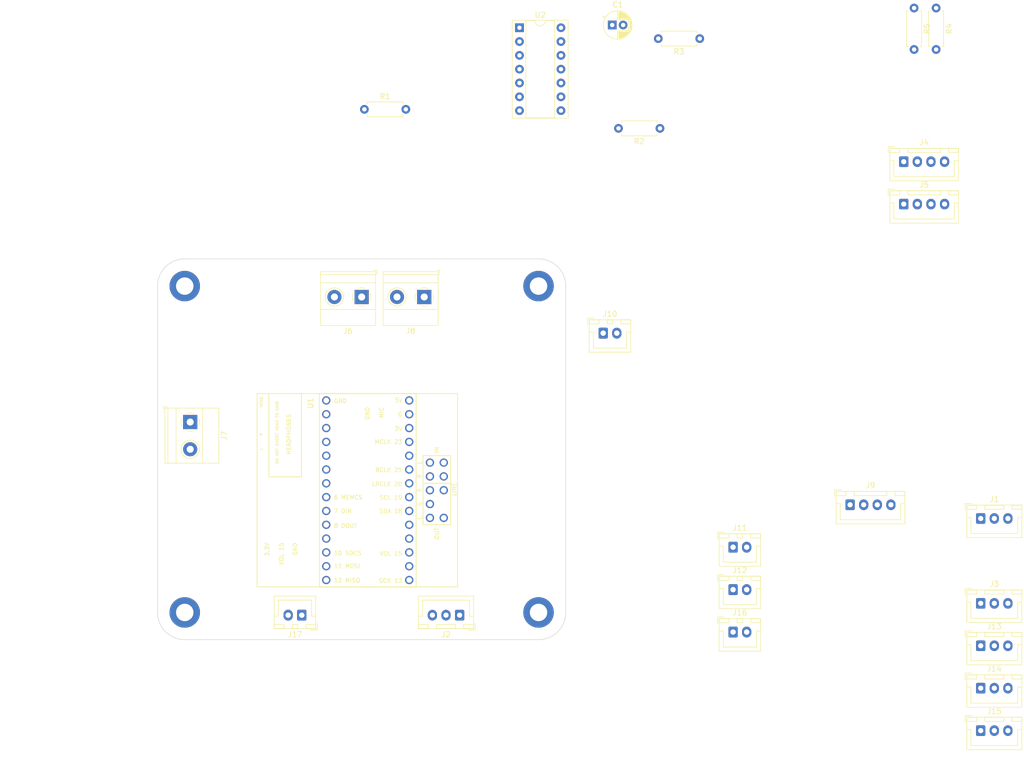
<source format=kicad_pcb>
(kicad_pcb (version 20221018) (generator pcbnew)
  (layers (0 "F.Cu" signal) (31 "B.Cu" signal) (34 "B.Paste" user) (35 "F.Paste" user) (36 "B.SilkS" user "B.Silkscreen") (37 "F.SilkS" user "F.Silkscreen") (38 "B.Mask" user) (39 "F.Mask" user) (44 "Edge.Cuts" user))
  (net 0 "")
  (net 1 "+5V")
  (net 2 "GND")
  (net 3 "+3.3V")
  (net 4 "Net-(J4-Pin_4)")
  (net 5 "/SDA")
  (net 6 "/TX")
  (net 7 "Net-(J1-Pin_3)")
  (net 8 "Net-(U2-2Y)")
  (net 9 "Net-(J2-Pin_3)")
  (net 10 "Net-(U2-3Y)")
  (net 11 "Net-(J3-Pin_3)")
  (net 12 "Net-(U2-4Y)")
  (net 16 "/RX")
  (net 17 "Net-(J10-Pin_1)")
  (net 18 "Net-(J10-Pin_2)")
  (net 19 "Net-(J11-Pin_1)")
  (net 20 "Net-(J11-Pin_2)")
  (net 21 "Net-(J12-Pin_1)")
  (net 22 "Net-(J12-Pin_2)")
  (net 23 "Net-(J16-Pin_2)")
  (net 24 "Net-(J17-Pin_2)")
  (net 25 "Net-(J15-Pin_1)")
  (net 26 "Net-(J13-Pin_3)")
  (net 27 "Net-(J15-Pin_3)")
  (net 28 "Net-(J14-Pin_3)")
  (net 32 "Net-(U1-14_A0_TX3_SPDIF_OUT)")
  (net 37 "Net-(U1-16_A2_RX4_SCL1)")
  (net 39 "Net-(U1-17_A3_TX4_SDA1)")
  (footprint "Teensy:4.0audioshield" (layer "F.Cu") (at 131 106.02 -90)
    (fp_text reference "U1" (at 0.5207 2.89814 90) (layer "F.SilkS"))
    (fp_text value "Teensy4.0_AudioShield_REVD")
    (fp_text user "DO NOT SHORT VGND TO GND!" (at 5.87756 9.02208 90) (layer "F.SilkS") (effects (font (size 0.508 0.508) (thickness 0.1016))))
    (fp_text user "3.3V" (at 27.40406 10.8458 90) (layer "F.SilkS") (effects (font (size 0.762 0.762) (thickness 0.127))))
    (fp_text user "BCLK 21" (at 12.79144 -11.476808) (layer "F.SilkS") (effects (font (size 0.762 0.762) (thickness 0.127))))
    (fp_text user "OUT" (at 24.4602 -20.31238 90) (layer "F.SilkS") (effects (font (size 0.762 0.762) (thickness 0.127))))
    (fp_text user "7 DIN" (at 20.35302 -3.048423) (layer "F.SilkS") (effects (font (size 0.762 0.762) (thickness 0.127))))
    (fp_text user "3V" (at 5.20954 -13.254808) (layer "F.SilkS") (effects (font (size 0.762 0.762) (thickness 0.127))))
    (fp_text user "MIC" (at 2.224314 -10.15238 90) (layer "F.SilkS") (effects (font (size 0.762 0.762) (thickness 0.127))))
    (fp_text user "SCK 13" (at 33.14192 -11.80338) (layer "F.SilkS") (effects (font (size 0.762 0.762) (thickness 0.127))))
    (fp_text user "VOL 15" (at 28.1686 -11.894094) (layer "F.SilkS") (effects (font (size 0.762 0.762) (thickness 0.127))))
    (fp_text user "6 MEMCS" (at 17.81556 -4.04628) (layer "F.SilkS") (effects (font (size 0.762 0.762) (thickness 0.127))))
    (fp_text user "L" (at 11.43 -17.145 90) (layer "F.SilkS") (effects (font (size 0.762 0.762) (thickness 0.127))))
    (fp_text user "11 MOSI" (at 30.45206 -3.828566) (layer "F.SilkS") (effects (font (size 0.762 0.762) (thickness 0.127))))
    (fp_text user "HEADPHONES" (at 6.23316 6.88594 90) (layer "F.SilkS") (effects (font (size 0.762 0.762) (thickness 0.127))))
    (fp_text user "LRCLK 20" (at 15.3797 -11.16838) (layer "F.SilkS") (effects (font (size 0.762 0.762) (thickness 0.127))))
    (fp_text user "10 SDCS" (at 28.067 -3.937423) (layer "F.SilkS") (effects (font (size 0.762 0.762) (thickness 0.127))))
    (fp_text user "LINE" (at 16.34236 -23.51024 90) (layer "F.SilkS") (effects (font (size 0.762 0.762) (thickness 0.127))))
    (fp_text user "SCL 19" (at 17.86636 -11.875951) (layer "F.SilkS") (effects (font (size 0.762 0.762) (thickness 0.127))))
    (fp_text user "VGND" (at 0.32258 11.94054 90) (layer "F.SilkS") (effects (font (size 0.508 0.508) (thickness 0.1016))))
    (fp_text user "R" (at 13.97 -17.145 90) (layer "F.SilkS") (effects (font (size 0.762 0.762) (thickness 0.127))))
    (fp_text user "GND" (at 2.3876 -7.56412 90) (layer "F.SilkS") (effects (font (size 0.762 0.762) (thickness 0.127))))
    (fp_text user "R" (at 6.23316 11.94054 90) (layer "F.SilkS") (effects (font (size 0.508 0.508) (thickness 0.1016))))
    (fp_text user "5v" (at -0.05588 -13.291094) (layer "F.SilkS") (effects (font (size 0.762 0.762) (thickness 0.127))))
    (fp_text user "VOL 15" (at 28.220489 8.23976 90) (layer "F.SilkS") (effects (font (size 0.762 0.762) (thickness 0.127))))
    (fp_text user "R" (at 16.51 -17.145 90) (layer "F.SilkS") (effects (font (size 0.762 0.762) (thickness 0.127))))
    (fp_text user "GND" (at 27.331489 5.73278 90) (layer "F.SilkS") (effects (font (size 0.762 0.762) (thickness 0.127))))
    (fp_text user "SDA 18" (at 20.35302 -11.857808) (layer "F.SilkS") (effects (font (size 0.762 0.762) (thickness 0.127))))
    (fp_text user "L" (at 21.59 -17.145 90) (layer "F.SilkS") (effects (font (size 0.762 0.762) (thickness 0.127))))
    (fp_text user "L" (at 8.90524 11.94054 90) (layer "F.SilkS") (effects (font (size 0.508 0.508) (thickness 0.1016))))
    (fp_text user "MCLK 23" (at 7.61492 -11.42238) (layer "F.SilkS") (effects (font (size 0.762 0.762) (thickness 0.127))))
    (fp_text user "8 DOUT" (at 23.04288 -3.556423) (layer "F.SilkS") (effects (font (size 0.762 0.762) (thickness 0.127))))
    (fp_text user "GND" (at 0.08636 -2.594852) (layer "F.SilkS") (effects (font (size 0.762 0.762) (thickness 0.127))))
    (fp_text user "G" (at 2.57048 -13.563237) (layer "F.SilkS") (effects (font (size 0.762 0.762) (thickness 0.127))))
    (fp_text user "G" (at 19.05 -17.145 90) (layer "F.SilkS") (effects (font (size 0.762 0.762) (thickness 0.127))))
    (fp_text user "12 MISO" (at 33.09112 -3.828566) (layer "F.SilkS") (effects (font (size 0.762 0.762) (thickness 0.127))))
    (fp_text user "IN" (at 9.1186 -20.30984 90) (layer "F.SilkS") (effects (font (size 0.762 0.762) (thickness 0.127))))
    (pad "1" thru_hole oval (at 0 0 270) (size 1.524 1.524) (drill 1.016) (layers "*.Cu" "*.Mask") (net 2 "GND"))
    (pad "2" thru_hole oval (at 2.54 0 270) (size 1.524 1.524) (drill 1.016) (layers "*.Cu" "*.Mask") (net 16 "/RX"))
    (pad "3" thru_hole oval (at 5.08 0 270) (size 1.524 1.524) (drill 1.016) (layers "*.Cu" "*.Mask") (net 6 "/TX"))
    (pad "4" thru_hole oval (at 7.62 0 270) (size 1.524 1.524) (drill 1.016) (layers "*.Cu" "*.Mask") (net 25 "Net-(J15-Pin_1)"))
    (pad "5" thru_hole oval (at 10.16 0 270) (size 1.524 1.524) (drill 1.016) (layers "*.Cu" "*.Mask") (net 26 "Net-(J13-Pin_3)"))
    (pad "6" thru_hole oval (at 12.7 0 270) (size 1.524 1.524) (drill 1.016) (layers "*.Cu" "*.Mask") (net 27 "Net-(J15-Pin_3)"))
    (pad "7" thru_hole oval (at 15.24 0 270) (size 1.524 1.524) (drill 1.016) (layers "*.Cu" "*.Mask") (net 28 "Net-(J14-Pin_3)"))
    (pad "8" thru_hole oval (at 17.78 0 270) (size 1.524 1.524) (drill 1.016) (layers "*.Cu" "*.Mask"))
    (pad "9" thru_hole oval (at 20.32 0 270) (size 1.524 1.524) (drill 1.016) (layers "*.Cu" "*.Mask"))
    (pad "10" thru_hole oval (at 22.86 0 270) (size 1.524 1.524) (drill 1.016) (layers "*.Cu" "*.Mask"))
    (pad "11" thru_hole oval (at 25.4 0 270) (size 1.524 1.524) (drill 1.016) (layers "*.Cu" "*.Mask") (net 23 "Net-(J16-Pin_2)"))
    (pad "12" thru_hole oval (at 27.94 0 270) (size 1.524 1.524) (drill 1.016) (layers "*.Cu" "*.Mask"))
    (pad "13" thru_hole oval (at 30.48 0 270) (size 1.524 1.524) (drill 1.016) (layers "*.Cu" "*.Mask"))
    (pad "14" thru_hole oval (at 33.02 0 270) (size 1.524 1.524) (drill 1.016) (layers "*.Cu" "*.Mask"))
    (pad "17" thru_hole oval (at 33.02 -15.24 270) (size 1.524 1.524) (drill 1.016) (layers "*.Cu" "*.Mask"))
    (pad "18" thru_hole oval (at 30.48 -15.24 270) (size 1.524 1.524) (drill 1.016) (layers "*.Cu" "*.Mask") (net 32 "Net-(U1-14_A0_TX3_SPDIF_OUT)"))
    (pad "19" thru_hole oval (at 27.94 -15.24 270) (size 1.524 1.524) (drill 1.016) (layers "*.Cu" "*.Mask"))
    (pad "20" thru_hole oval (at 25.4 -15.24 270) (size 1.524 1.524) (drill 1.016) (layers "*.Cu" "*.Mask") (net 37 "Net-(U1-16_A2_RX4_SCL1)"))
    (pad "21" thru_hole oval (at 22.86 -15.24 270) (size 1.524 1.524) (drill 1.016) (layers "*.Cu" "*.Mask") (net 39 "Net-(U1-17_A3_TX4_SDA1)"))
    (pad "22" thru_hole oval (at 20.32 -15.24 270) (size 1.524 1.524) (drill 1.016) (layers "*.Cu" "*.Mask") (net 5 "/SDA"))
    (pad "23" thru_hole oval (at 17.78 -15.24 270) (size 1.524 1.524) (drill 1.016) (layers "*.Cu" "*.Mask") (net 4 "Net-(J4-Pin_4)"))
    (pad "24" thru_hole oval (at 15.24 -15.24 270) (size 1.524 1.524) (drill 1.016) (layers "*.Cu" "*.Mask"))
    (pad "25" thru_hole oval (at 12.7 -15.24 270) (size 1.524 1.524) (drill 1.016) (layers "*.Cu" "*.Mask"))
    (pad "26" thru_hole oval (at 10.16 -15.24 270) (size 1.524 1.524) (drill 1.016) (layers "*.Cu" "*.Mask") (net 24 "Net-(J17-Pin_2)"))
    (pad "27" thru_hole oval (at 7.62 -15.24 270) (size 1.524 1.524) (drill 1.016) (layers "*.Cu" "*.Mask"))
    (pad "28" thru_hole oval (at 5.08 -15.24 270) (size 1.524 1.524) (drill 1.016) (layers "*.Cu" "*.Mask") (net 3 "+3.3V"))
    (pad "29" thru_hole oval (at 2.54 -15.24 270) (size 1.524 1.524) (drill 1.016) (layers "*.Cu" "*.Mask") (net 2 "GND"))
    (pad "30" thru_hole oval (at 0 -15.24 270) (size 1.524 1.524) (drill 1.016) (layers "*.Cu" "*.Mask") (net 1 "+5V"))
    (pad "31" thru_hole circle (at 21.59 -19.05 270) (size 1.524 1.524) (drill 1.016) (layers "*.Cu" "*.Mask") (net 18 "Net-(J10-Pin_2)"))
    (pad "32" thru_hole circle (at 19.05 -19.05 270) (size 1.524 1.524) (drill 1.016) (layers "*.Cu" "*.Mask") (net 17 "Net-(J10-Pin_1)"))
    (pad "33" thru_hole circle (at 16.51 -19.05 270) (size 1.524 1.524) (drill 1.016) (layers "*.Cu" "*.Mask"))
    (pad "34" thru_hole circle (at 13.97 -19.05 270) (size 1.524 1.524) (drill 1.016) (layers "*.Cu" "*.Mask") (net 20 "Net-(J11-Pin_2)"))
    (pad "35" thru_hole circle (at 11.43 -19.05 270) (size 1.524 1.524) (drill 1.016) (layers "*.Cu" "*.Mask") (net 22 "Net-(J12-Pin_2)"))
    (pad "36" thru_hole circle (at 13.97 -21.59 270) (size 1.524 1.524) (drill 1.016) (layers "*.Cu" "*.Mask") (net 19 "Net-(J11-Pin_1)"))
    (pad "37" thru_hole circle (at 11.43 -21.59 270) (size 1.524 1.524) (drill 1.016) (layers "*.Cu" "*.Mask") (net 21 "Net-(J12-Pin_1)"))
    (pad "45" thru_hole circle (at 16.51 -21.59 270) (size 1.524 1.524) (drill 1.016) (layers "*.Cu" "*.Mask"))
    (pad "46" thru_hole circle (at 21.59 -21.59 270) (size 1.524 1.524) (drill 1.016) (layers "*.Cu" "*.Mask"))
  )
  (footprint "MountingHole:MountingHole_3.2mm_M3_DIN965_Pad" (layer "F.Cu") (at 105 145)
    (fp_text reference "REF**" hide)
    (fp_text value "MountingHole_3.2mm_M3_DIN965_Pad" hide)
    (pad "1" thru_hole circle locked (at 0 0) (size 5.6 5.6) (drill 3.2) (layers "*.Cu" "*.Mask"))
  )
  (footprint "Resistor_THT:R_Axial_DIN0207_L6.3mm_D2.5mm_P7.62mm_Horizontal" (layer "F.Cu") (at 239 33.88 -90)
    (fp_text reference "R5" (at 3.81 -2.37 90) (layer "F.SilkS"))
    (fp_text value "4.7k")
    (pad "1" thru_hole circle (at 0 0 270) (size 1.6 1.6) (drill 0.8) (layers "*.Cu" "*.Mask") (net 4 "Net-(J4-Pin_4)"))
    (pad "2" thru_hole oval (at 7.62 0 270) (size 1.6 1.6) (drill 0.8) (layers "*.Cu" "*.Mask") (net 3 "+3.3V"))
  )
  (footprint "Connector_JST:JST_XH_B3B-XH-A_1x03_P2.50mm_Vertical" (layer "F.Cu") (at 251.24 127.725)
    (fp_text reference "J1" (at 2.5 -3.55) (layer "F.SilkS"))
    (fp_text value "VENT LIGHTS")
    (pad "1" thru_hole roundrect (at 0 0) (size 1.7 1.95) (drill 0.95) (layers "*.Cu" "*.Mask") (roundrect_rratio 0.147059) (net 2 "GND"))
    (pad "2" thru_hole oval (at 2.5 0) (size 1.7 1.95) (drill 0.95) (layers "*.Cu" "*.Mask") (net 1 "+5V"))
    (pad "3" thru_hole oval (at 5 0) (size 1.7 1.95) (drill 0.95) (layers "*.Cu" "*.Mask") (net 7 "Net-(J1-Pin_3)"))
  )
  (footprint "Connector_JST:JST_XH_B3B-XH-A_1x03_P2.50mm_Vertical" (layer "F.Cu") (at 251.24 143.325)
    (fp_text reference "J3" (at 2.5 -3.55) (layer "F.SilkS"))
    (fp_text value "CYCLO LIGHTS")
    (pad "1" thru_hole roundrect (at 0 0) (size 1.7 1.95) (drill 0.95) (layers "*.Cu" "*.Mask") (roundrect_rratio 0.147059) (net 2 "GND"))
    (pad "2" thru_hole oval (at 2.5 0) (size 1.7 1.95) (drill 0.95) (layers "*.Cu" "*.Mask") (net 1 "+5V"))
    (pad "3" thru_hole oval (at 5 0) (size 1.7 1.95) (drill 0.95) (layers "*.Cu" "*.Mask") (net 11 "Net-(J3-Pin_3)"))
  )
  (footprint "Connector_JST:JST_XH_B2B-XH-A_1x02_P2.50mm_Vertical" (layer "F.Cu") (at 205.74 148.605)
    (fp_text reference "J16" (at 1.25 -3.55) (layer "F.SilkS"))
    (fp_text value "ROT SW")
    (pad "1" thru_hole roundrect (at 0 0) (size 1.7 2) (drill 1) (layers "*.Cu" "*.Mask") (roundrect_rratio 0.147059) (net 2 "GND"))
    (pad "2" thru_hole oval (at 2.5 0) (size 1.7 2) (drill 1) (layers "*.Cu" "*.Mask") (net 23 "Net-(J16-Pin_2)"))
  )
  (footprint "MountingHole:MountingHole_3.2mm_M3_DIN965_Pad" (layer "F.Cu") (at 170 85)
    (fp_text reference "REF**" hide)
    (fp_text value "MountingHole_3.2mm_M3_DIN965_Pad" hide)
    (pad "1" thru_hole circle locked (at 0 0) (size 5.6 5.6) (drill 3.2) (layers "*.Cu" "*.Mask"))
  )
  (footprint "Resistor_THT:R_Axial_DIN0207_L6.3mm_D2.5mm_P7.62mm_Horizontal" (layer "F.Cu") (at 192.31 56 180)
    (fp_text reference "R2" (at 3.81 -2.37) (layer "F.SilkS"))
    (fp_text value "220")
    (pad "1" thru_hole circle (at 0 0 180) (size 1.6 1.6) (drill 0.8) (layers "*.Cu" "*.Mask") (net 9 "Net-(J2-Pin_3)"))
    (pad "2" thru_hole oval (at 7.62 0 180) (size 1.6 1.6) (drill 0.8) (layers "*.Cu" "*.Mask") (net 10 "Net-(U2-3Y)"))
  )
  (footprint "Connector_JST:JST_XH_B2B-XH-A_1x02_P2.50mm_Vertical" (layer "F.Cu") (at 126.5 145.5 180)
    (fp_text reference "J17" (at 1.25 -3.55) (layer "F.SilkS"))
    (fp_text value "ION  SW")
    (pad "1" thru_hole roundrect (at 0 0 180) (size 1.7 2) (drill 1) (layers "*.Cu" "*.Mask") (roundrect_rratio 0.147059) (net 2 "GND"))
    (pad "2" thru_hole oval (at 2.5 0 180) (size 1.7 2) (drill 1) (layers "*.Cu" "*.Mask") (net 24 "Net-(J17-Pin_2)"))
  )
  (footprint "Connector_JST:JST_XH_B2B-XH-A_1x02_P2.50mm_Vertical" (layer "F.Cu") (at 205.74 140.805)
    (fp_text reference "J12" (at 1.25 -3.55) (layer "F.SilkS"))
    (fp_text value "SND IN L")
    (pad "1" thru_hole roundrect (at 0 0) (size 1.7 2) (drill 1) (layers "*.Cu" "*.Mask") (roundrect_rratio 0.147059) (net 21 "Net-(J12-Pin_1)"))
    (pad "2" thru_hole oval (at 2.5 0) (size 1.7 2) (drill 1) (layers "*.Cu" "*.Mask") (net 22 "Net-(J12-Pin_2)"))
  )
  (footprint "Connector_JST:JST_XH_B2B-XH-A_1x02_P2.50mm_Vertical" (layer "F.Cu") (at 205.74 133.005)
    (fp_text reference "J11" (at 1.25 -3.55) (layer "F.SilkS"))
    (fp_text value "SND IN R")
    (pad "1" thru_hole roundrect (at 0 0) (size 1.7 2) (drill 1) (layers "*.Cu" "*.Mask") (roundrect_rratio 0.147059) (net 19 "Net-(J11-Pin_1)"))
    (pad "2" thru_hole oval (at 2.5 0) (size 1.7 2) (drill 1) (layers "*.Cu" "*.Mask") (net 20 "Net-(J11-Pin_2)"))
  )
  (footprint "MountingHole:MountingHole_3.2mm_M3_DIN965_Pad" (layer "F.Cu") (at 170 145)
    (fp_text reference "REF**" hide)
    (fp_text value "MountingHole_3.2mm_M3_DIN965_Pad" hide)
    (pad "1" thru_hole circle locked (at 0 0) (size 5.6 5.6) (drill 3.2) (layers "*.Cu" "*.Mask"))
  )
  (footprint "Connector_JST:JST_XH_B4B-XH-A_1x04_P2.50mm_Vertical" (layer "F.Cu") (at 227.24 125.205)
    (fp_text reference "J9" (at 3.75 -3.55) (layer "F.SilkS"))
    (fp_text value "AMP VOL")
    (pad "1" thru_hole roundrect (at 0 0) (size 1.7 1.95) (drill 0.95) (layers "*.Cu" "*.Mask") (roundrect_rratio 0.147059) (net 2 "GND"))
    (pad "2" thru_hole oval (at 2.5 0) (size 1.7 1.95) (drill 0.95) (layers "*.Cu" "*.Mask") (net 3 "+3.3V"))
    (pad "3" thru_hole oval (at 5 0) (size 1.7 1.95) (drill 0.95) (layers "*.Cu" "*.Mask") (net 5 "/SDA"))
    (pad "4" thru_hole oval (at 7.5 0) (size 1.7 1.95) (drill 0.95) (layers "*.Cu" "*.Mask") (net 4 "Net-(J4-Pin_4)"))
  )
  (footprint "Connector_JST:JST_XH_B2B-XH-A_1x02_P2.50mm_Vertical" (layer "F.Cu") (at 181.88 93.649)
    (fp_text reference "J10" (at 1.25 -3.55) (layer "F.SilkS"))
    (fp_text value "SND OUT")
    (pad "1" thru_hole roundrect (at 0 0) (size 1.7 2) (drill 1) (layers "*.Cu" "*.Mask") (roundrect_rratio 0.147059) (net 17 "Net-(J10-Pin_1)"))
    (pad "2" thru_hole oval (at 2.5 0) (size 1.7 2) (drill 1) (layers "*.Cu" "*.Mask") (net 18 "Net-(J10-Pin_2)"))
  )
  (footprint "TerminalBlock_Phoenix:TerminalBlock_Phoenix_MKDS-1,5-2_1x02_P5.00mm_Horizontal" (layer "F.Cu") (at 137.5 87 180)
    (fp_text reference "J6" (at 2.5 -6.26) (layer "F.SilkS"))
    (fp_text value "SERIAL")
    (pad "1" thru_hole rect (at 0 0 180) (size 2.6 2.6) (drill 1.3) (layers "*.Cu" "*.Mask") (net 6 "/TX"))
    (pad "2" thru_hole circle (at 5 0 180) (size 2.6 2.6) (drill 1.3) (layers "*.Cu" "*.Mask") (net 16 "/RX"))
  )
  (footprint "Package_DIP:DIP-14_W7.62mm_Socket" (layer "F.Cu") (at 166.5 37.5)
    (fp_text reference "U2" (at 3.81 -2.33) (layer "F.SilkS"))
    (fp_text value "74AHC125")
    (pad "1" thru_hole rect (at 0 0) (size 1.6 1.6) (drill 0.8) (layers "*.Cu" "*.Mask"))
    (pad "2" thru_hole oval (at 0 2.54) (size 1.6 1.6) (drill 0.8) (layers "*.Cu" "*.Mask"))
    (pad "3" thru_hole oval (at 0 5.08) (size 1.6 1.6) (drill 0.8) (layers "*.Cu" "*.Mask"))
    (pad "4" thru_hole oval (at 0 7.62) (size 1.6 1.6) (drill 0.8) (layers "*.Cu" "*.Mask") (net 2 "GND"))
    (pad "5" thru_hole oval (at 0 10.16) (size 1.6 1.6) (drill 0.8) (layers "*.Cu" "*.Mask") (net 39 "Net-(U1-17_A3_TX4_SDA1)"))
    (pad "6" thru_hole oval (at 0 12.7) (size 1.6 1.6) (drill 0.8) (layers "*.Cu" "*.Mask") (net 8 "Net-(U2-2Y)"))
    (pad "7" thru_hole oval (at 0 15.24) (size 1.6 1.6) (drill 0.8) (layers "*.Cu" "*.Mask") (net 2 "GND"))
    (pad "8" thru_hole oval (at 7.62 15.24) (size 1.6 1.6) (drill 0.8) (layers "*.Cu" "*.Mask") (net 10 "Net-(U2-3Y)"))
    (pad "9" thru_hole oval (at 7.62 12.7) (size 1.6 1.6) (drill 0.8) (layers "*.Cu" "*.Mask") (net 37 "Net-(U1-16_A2_RX4_SCL1)"))
    (pad "10" thru_hole oval (at 7.62 10.16) (size 1.6 1.6) (drill 0.8) (layers "*.Cu" "*.Mask") (net 2 "GND"))
    (pad "11" thru_hole oval (at 7.62 7.62) (size 1.6 1.6) (drill 0.8) (layers "*.Cu" "*.Mask") (net 12 "Net-(U2-4Y)"))
    (pad "12" thru_hole oval (at 7.62 5.08) (size 1.6 1.6) (drill 0.8) (layers "*.Cu" "*.Mask") (net 32 "Net-(U1-14_A0_TX3_SPDIF_OUT)"))
    (pad "13" thru_hole oval (at 7.62 2.54) (size 1.6 1.6) (drill 0.8) (layers "*.Cu" "*.Mask") (net 2 "GND"))
    (pad "14" thru_hole oval (at 7.62 0) (size 1.6 1.6) (drill 0.8) (layers "*.Cu" "*.Mask") (net 1 "+5V"))
  )
  (footprint "MountingHole:MountingHole_3.2mm_M3_DIN965_Pad" (layer "F.Cu") (at 105 85)
    (fp_text reference "REF**" hide)
    (fp_text value "MountingHole_3.2mm_M3_DIN965_Pad" hide)
    (pad "1" thru_hole circle locked (at 0 0) (size 5.6 5.6) (drill 3.2) (layers "*.Cu" "*.Mask"))
  )
  (footprint "Capacitor_THT:CP_Radial_D5.0mm_P2.00mm" (layer "F.Cu") (at 183.544888 37)
    (fp_text reference "C1" (at 1 -3.75) (layer "F.SilkS"))
    (fp_text value "100uF")
    (pad "1" thru_hole rect (at 0 0) (size 1.6 1.6) (drill 0.8) (layers "*.Cu" "*.Mask") (net 1 "+5V"))
    (pad "2" thru_hole circle (at 2 0) (size 1.6 1.6) (drill 0.8) (layers "*.Cu" "*.Mask") (net 2 "GND"))
  )
  (footprint "Resistor_THT:R_Axial_DIN0207_L6.3mm_D2.5mm_P7.62mm_Horizontal" (layer "F.Cu") (at 138 52.5)
    (fp_text reference "R1" (at 3.81 -2.37) (layer "F.SilkS"))
    (fp_text value "220")
    (pad "1" thru_hole circle (at 0 0) (size 1.6 1.6) (drill 0.8) (layers "*.Cu" "*.Mask") (net 7 "Net-(J1-Pin_3)"))
    (pad "2" thru_hole oval (at 7.62 0) (size 1.6 1.6) (drill 0.8) (layers "*.Cu" "*.Mask") (net 8 "Net-(U2-2Y)"))
  )
  (footprint "Connector_JST:JST_XH_B4B-XH-A_1x04_P2.50mm_Vertical" (layer "F.Cu") (at 237.1 69.925)
    (fp_text reference "J5" (at 3.75 -3.55) (layer "F.SilkS"))
    (fp_text value "DISP")
    (pad "1" thru_hole roundrect (at 0 0) (size 1.7 1.95) (drill 0.95) (layers "*.Cu" "*.Mask") (roundrect_rratio 0.147059) (net 2 "GND"))
    (pad "2" thru_hole oval (at 2.5 0) (size 1.7 1.95) (drill 0.95) (layers "*.Cu" "*.Mask") (net 3 "+3.3V"))
    (pad "3" thru_hole oval (at 5 0) (size 1.7 1.95) (drill 0.95) (layers "*.Cu" "*.Mask") (net 5 "/SDA"))
    (pad "4" thru_hole oval (at 7.5 0) (size 1.7 1.95) (drill 0.95) (layers "*.Cu" "*.Mask") (net 4 "Net-(J4-Pin_4)"))
  )
  (footprint "Connector_JST:JST_XH_B3B-XH-A_1x03_P2.50mm_Vertical" (layer "F.Cu") (at 251.24 151.125)
    (fp_text reference "J13" (at 2.5 -3.55) (layer "F.SilkS"))
    (fp_text value "BT MOSFET")
    (pad "1" thru_hole roundrect (at 0 0) (size 1.7 1.95) (drill 0.95) (layers "*.Cu" "*.Mask") (roundrect_rratio 0.147059) (net 2 "GND"))
    (pad "2" thru_hole oval (at 2.5 0) (size 1.7 1.95) (drill 0.95) (layers "*.Cu" "*.Mask") (net 3 "+3.3V"))
    (pad "3" thru_hole oval (at 5 0) (size 1.7 1.95) (drill 0.95) (layers "*.Cu" "*.Mask") (net 26 "Net-(J13-Pin_3)"))
  )
  (footprint "TerminalBlock_Phoenix:TerminalBlock_Phoenix_MKDS-1,5-2_1x02_P5.00mm_Horizontal" (layer "F.Cu") (at 149 87 180)
    (fp_text reference "J8" (at 2.5 -6.26) (layer "F.SilkS"))
    (fp_text value "WAND PWR")
    (pad "1" thru_hole rect (at 0 0 180) (size 2.6 2.6) (drill 1.3) (layers "*.Cu" "*.Mask") (net 2 "GND"))
    (pad "2" thru_hole circle (at 5 0 180) (size 2.6 2.6) (drill 1.3) (layers "*.Cu" "*.Mask") (net 1 "+5V"))
  )
  (footprint "Connector_JST:JST_XH_B4B-XH-A_1x04_P2.50mm_Vertical" (layer "F.Cu") (at 237.1 62.125)
    (fp_text reference "J4" (at 3.75 -3.55) (layer "F.SilkS"))
    (fp_text value "BAR")
    (pad "1" thru_hole roundrect (at 0 0) (size 1.7 1.95) (drill 0.95) (layers "*.Cu" "*.Mask") (roundrect_rratio 0.147059) (net 2 "GND"))
    (pad "2" thru_hole oval (at 2.5 0) (size 1.7 1.95) (drill 0.95) (layers "*.Cu" "*.Mask") (net 3 "+3.3V"))
    (pad "3" thru_hole oval (at 5 0) (size 1.7 1.95) (drill 0.95) (layers "*.Cu" "*.Mask") (net 5 "/SDA"))
    (pad "4" thru_hole oval (at 7.5 0) (size 1.7 1.95) (drill 0.95) (layers "*.Cu" "*.Mask") (net 4 "Net-(J4-Pin_4)"))
  )
  (footprint "TerminalBlock_Phoenix:TerminalBlock_Phoenix_MKDS-1,5-2_1x02_P5.00mm_Horizontal" (layer "F.Cu") (at 106 110 -90)
    (fp_text reference "J7" (at 2.5 -6.26 90) (layer "F.SilkS"))
    (fp_text value "POW_IN")
    (pad "1" thru_hole rect (at 0 0 270) (size 2.6 2.6) (drill 1.3) (layers "*.Cu" "*.Mask") (net 2 "GND"))
    (pad "2" thru_hole circle (at 5 0 270) (size 2.6 2.6) (drill 1.3) (layers "*.Cu" "*.Mask") (net 1 "+5V"))
  )
  (footprint "Connector_JST:JST_XH_B3B-XH-A_1x03_P2.50mm_Vertical" (layer "F.Cu") (at 251.24 166.725)
    (fp_text reference "J15" (at 2.5 -3.55) (layer "F.SilkS"))
    (fp_text value "ROT ENC")
    (pad "1" thru_hole roundrect (at 0 0) (size 1.7 1.95) (drill 0.95) (layers "*.Cu" "*.Mask") (roundrect_rratio 0.147059) (net 25 "Net-(J15-Pin_1)"))
    (pad "2" thru_hole oval (at 2.5 0) (size 1.7 1.95) (drill 0.95) (layers "*.Cu" "*.Mask") (net 2 "GND"))
    (pad "3" thru_hole oval (at 5 0) (size 1.7 1.95) (drill 0.95) (layers "*.Cu" "*.Mask") (net 27 "Net-(J15-Pin_3)"))
  )
  (footprint "Resistor_THT:R_Axial_DIN0207_L6.3mm_D2.5mm_P7.62mm_Horizontal" (layer "F.Cu") (at 243.05 33.88 -90)
    (fp_text reference "R4" (at 3.81 -2.37 90) (layer "F.SilkS"))
    (fp_text value "4.7K")
    (pad "1" thru_hole circle (at 0 0 270) (size 1.6 1.6) (drill 0.8) (layers "*.Cu" "*.Mask") (net 5 "/SDA"))
    (pad "2" thru_hole oval (at 7.62 0 270) (size 1.6 1.6) (drill 0.8) (layers "*.Cu" "*.Mask") (net 3 "+3.3V"))
  )
  (footprint "Connector_JST:JST_XH_B3B-XH-A_1x03_P2.50mm_Vertical" (layer "F.Cu") (at 251.24 158.925)
    (fp_text reference "J14" (at 2.5 -3.55) (layer "F.SilkS"))
    (fp_text value "VENT MOSFET")
    (pad "1" thru_hole roundrect (at 0 0) (size 1.7 1.95) (drill 0.95) (layers "*.Cu" "*.Mask") (roundrect_rratio 0.147059) (net 2 "GND"))
    (pad "2" thru_hole oval (at 2.5 0) (size 1.7 1.95) (drill 0.95) (layers "*.Cu" "*.Mask") (net 3 "+3.3V"))
    (pad "3" thru_hole oval (at 5 0) (size 1.7 1.95) (drill 0.95) (layers "*.Cu" "*.Mask") (net 28 "Net-(J14-Pin_3)"))
  )
  (footprint "Connector_JST:JST_XH_B3B-XH-A_1x03_P2.50mm_Vertical" (layer "F.Cu") (at 155.5 145.5 180)
    (fp_text reference "J2" (at 2.5 -3.55) (layer "F.SilkS"))
    (fp_text value "PCELL LIGHTS")
    (pad "1" thru_hole roundrect (at 0 0 180) (size 1.7 1.95) (drill 0.95) (layers "*.Cu" "*.Mask") (roundrect_rratio 0.147059) (net 2 "GND"))
    (pad "2" thru_hole oval (at 2.5 0 180) (size 1.7 1.95) (drill 0.95) (layers "*.Cu" "*.Mask") (net 1 "+5V"))
    (pad "3" thru_hole oval (at 5 0 180) (size 1.7 1.95) (drill 0.95) (layers "*.Cu" "*.Mask") (net 9 "Net-(J2-Pin_3)"))
  )
  (footprint "Resistor_THT:R_Axial_DIN0207_L6.3mm_D2.5mm_P7.62mm_Horizontal" (layer "F.Cu") (at 199.62 39.5 180)
    (fp_text reference "R3" (at 3.81 -2.37) (layer "F.SilkS"))
    (fp_text value "220")
    (pad "1" thru_hole circle (at 0 0 180) (size 1.6 1.6) (drill 0.8) (layers "*.Cu" "*.Mask") (net 11 "Net-(J3-Pin_3)"))
    (pad "2" thru_hole oval (at 7.62 0 180) (size 1.6 1.6) (drill 0.8) (layers "*.Cu" "*.Mask") (net 12 "Net-(U2-4Y)"))
  )
  (gr_arc locked (start 105 150) (mid 101.464466 148.535534) (end 100 145) (stroke (width 0.1)) (layer "Edge.Cuts"))
  (gr_arc locked (start 170 80) (mid 173.535534 81.464466) (end 175 85) (stroke (width 0.1)) (layer "Edge.Cuts"))
  (gr_line locked (start 100 145) (end 100 85) (stroke (width 0.1)) (layer "Edge.Cuts"))
  (gr_line locked (start 175 145) (end 175 85) (stroke (width 0.1)) (layer "Edge.Cuts"))
  (gr_arc locked (start 175 145) (mid 173.535534 148.535534) (end 170 150) (stroke (width 0.1)) (layer "Edge.Cuts"))
  (gr_line locked (start 105 150) (end 170 150) (stroke (width 0.1)) (layer "Edge.Cuts"))
  (gr_line locked (start 105 80) (end 170 80) (stroke (width 0.1)) (layer "Edge.Cuts"))
  (gr_arc locked (start 100 85) (mid 101.464466 81.464466) (end 105 80) (stroke (width 0.1)) (layer "Edge.Cuts"))
)
</source>
